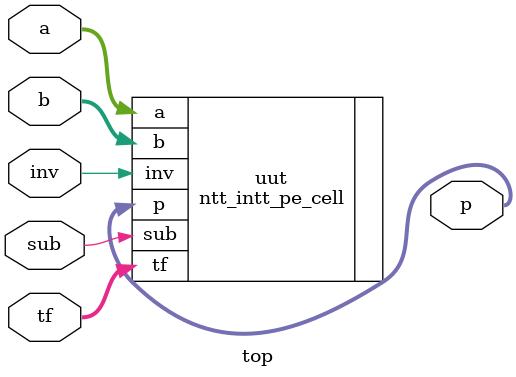
<source format=v>
`timescale 1ps/1ps
`define N = 17

module top (
    input inv,
    input sub,
    input [17-1:0] tf,
    input [17-1:0] a,
    input [17-1:0] b,
    output [17-1:0] p
    );

    ntt_intt_pe_cell #(.N(17)) uut(.a(a), .b(b), .tf(tf), .inv(inv), .sub(sub), .p(p));
endmodule
</source>
